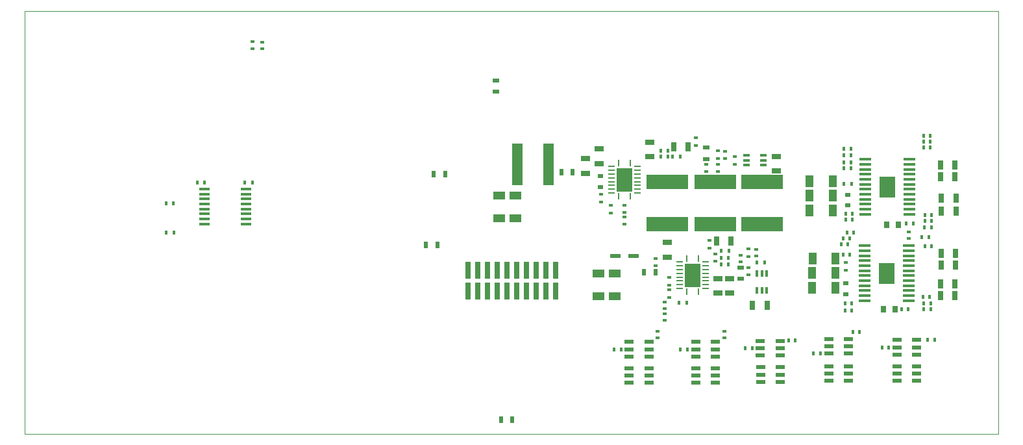
<source format=gtp>
G04*
G04 #@! TF.GenerationSoftware,Altium Limited,Altium Designer,19.1.5 (86)*
G04*
G04 Layer_Color=8421504*
%FSLAX44Y44*%
%MOMM*%
G71*
G01*
G75*
%ADD17C,0.1000*%
%ADD18R,0.6000X0.4000*%
%ADD19R,1.2700X0.5588*%
%ADD20R,0.4000X0.6000*%
%ADD21R,0.9000X0.2600*%
%ADD22R,0.2600X0.9000*%
%ADD23R,2.0700X3.0700*%
%ADD24R,0.4500X0.6000*%
%ADD25R,1.4000X0.3500*%
%ADD26R,0.6000X0.4500*%
%ADD27R,0.8000X0.6000*%
%ADD28R,1.0000X1.6000*%
%ADD29R,0.7000X1.3000*%
%ADD30R,0.7000X0.9000*%
%ADD31R,2.0250X2.6800*%
%ADD32R,1.5700X0.4100*%
%ADD33R,0.5000X0.9000*%
%ADD34R,1.3000X0.7000*%
%ADD35R,1.3000X0.8000*%
%ADD36R,0.9000X0.5000*%
%ADD37R,0.3500X0.8500*%
%ADD38R,5.4100X1.8800*%
%ADD39R,1.3716X0.5080*%
%ADD40R,1.4224X5.4102*%
%ADD41R,1.6000X1.0000*%
%ADD42R,0.8500X0.3500*%
%ADD43R,0.7366X2.2352*%
G36*
X1133027Y323240D02*
X1126210D01*
Y333263D01*
X1133027D01*
Y323240D01*
D02*
G37*
G36*
X1124007D02*
X1117210D01*
Y333275D01*
X1124007D01*
Y323240D01*
D02*
G37*
G36*
X787490Y321497D02*
X775597D01*
Y339140D01*
X787490D01*
Y321497D01*
D02*
G37*
G36*
X1133020Y311040D02*
X1126210D01*
Y321039D01*
X1133020D01*
Y311040D01*
D02*
G37*
G36*
X1124006D02*
X1117210D01*
Y321036D01*
X1124006D01*
Y311040D01*
D02*
G37*
G36*
X1131867Y210650D02*
X1125050D01*
Y220673D01*
X1131867D01*
Y210650D01*
D02*
G37*
G36*
X1122847D02*
X1116050D01*
Y220685D01*
X1122847D01*
Y210650D01*
D02*
G37*
G36*
X1131860Y198450D02*
X1125050D01*
Y208449D01*
X1131860D01*
Y198450D01*
D02*
G37*
G36*
X1122846D02*
X1116050D01*
Y208446D01*
X1122846D01*
Y198450D01*
D02*
G37*
G36*
X876390Y197036D02*
X864497D01*
Y214680D01*
X876390D01*
Y197036D01*
D02*
G37*
D17*
X0Y0D02*
X1270000D01*
Y551180D01*
X0D02*
X1270000D01*
X0Y0D02*
Y551180D01*
D18*
X825500Y125040D02*
D03*
Y134040D02*
D03*
X912320Y125040D02*
D03*
Y134040D02*
D03*
X1153160Y263580D02*
D03*
Y254580D02*
D03*
X834390Y172140D02*
D03*
Y163140D02*
D03*
X782320Y282630D02*
D03*
Y273630D02*
D03*
Y297870D02*
D03*
Y288870D02*
D03*
X900430Y234370D02*
D03*
Y225370D02*
D03*
X933450Y233100D02*
D03*
Y224100D02*
D03*
X943610Y216590D02*
D03*
Y207590D02*
D03*
X953770Y240720D02*
D03*
Y231720D02*
D03*
X834390Y147900D02*
D03*
Y156900D02*
D03*
X904240Y351210D02*
D03*
Y342210D02*
D03*
X913130Y368410D02*
D03*
Y359410D02*
D03*
X889000Y351210D02*
D03*
Y342210D02*
D03*
X822960Y219710D02*
D03*
Y228710D02*
D03*
X309880Y510862D02*
D03*
Y501862D02*
D03*
X297180Y502442D02*
D03*
Y511442D02*
D03*
D19*
X959556Y102362D02*
D03*
Y111760D02*
D03*
Y121158D02*
D03*
X985464D02*
D03*
Y111760D02*
D03*
Y102362D02*
D03*
X788106Y101092D02*
D03*
Y110490D02*
D03*
Y119888D02*
D03*
X814014D02*
D03*
Y110490D02*
D03*
Y101092D02*
D03*
X1137666Y103632D02*
D03*
Y113030D02*
D03*
Y122428D02*
D03*
X1163574D02*
D03*
Y113030D02*
D03*
Y103632D02*
D03*
X874926Y101092D02*
D03*
Y110490D02*
D03*
Y119888D02*
D03*
X900834D02*
D03*
Y110490D02*
D03*
Y101092D02*
D03*
X1048766Y104902D02*
D03*
Y114300D02*
D03*
Y123698D02*
D03*
X1074674D02*
D03*
Y114300D02*
D03*
Y104902D02*
D03*
X959866Y68072D02*
D03*
Y77470D02*
D03*
Y86868D02*
D03*
X985774D02*
D03*
Y77470D02*
D03*
Y68072D02*
D03*
X788106Y66802D02*
D03*
Y76200D02*
D03*
Y85598D02*
D03*
X814014D02*
D03*
Y76200D02*
D03*
Y66802D02*
D03*
X1048766Y69342D02*
D03*
Y78740D02*
D03*
Y88138D02*
D03*
X1074674D02*
D03*
Y78740D02*
D03*
Y69342D02*
D03*
X1137666D02*
D03*
Y78740D02*
D03*
Y88138D02*
D03*
X1163574D02*
D03*
Y78740D02*
D03*
Y69342D02*
D03*
X874926Y66802D02*
D03*
Y76200D02*
D03*
Y85598D02*
D03*
X900834D02*
D03*
Y76200D02*
D03*
Y66802D02*
D03*
D20*
X949070Y111760D02*
D03*
X940070D02*
D03*
X1005260Y121920D02*
D03*
X996260D02*
D03*
X1127180Y113030D02*
D03*
X1118180D02*
D03*
X1177870Y123190D02*
D03*
X1186870D02*
D03*
X777620Y110490D02*
D03*
X768620D02*
D03*
X1080080Y133350D02*
D03*
X1089080D02*
D03*
X225370Y327660D02*
D03*
X234370D02*
D03*
X864440Y110490D02*
D03*
X855440D02*
D03*
X1037590Y105410D02*
D03*
X1028590D02*
D03*
X1181790Y162560D02*
D03*
X1172790D02*
D03*
X1181790Y170180D02*
D03*
X1172790D02*
D03*
X1152580Y162560D02*
D03*
X1143580D02*
D03*
X1179250Y256540D02*
D03*
X1170250D02*
D03*
X1069920Y170180D02*
D03*
X1078920D02*
D03*
Y161290D02*
D03*
X1069920D02*
D03*
X1076289Y234050D02*
D03*
X1067289D02*
D03*
X1073840Y247650D02*
D03*
X1064840D02*
D03*
X1180520Y179070D02*
D03*
X1171520D02*
D03*
X1183060Y245110D02*
D03*
X1174060D02*
D03*
X1067380Y255270D02*
D03*
X1076380D02*
D03*
X1072460Y262890D02*
D03*
X1081460D02*
D03*
X1182480Y269240D02*
D03*
X1173480D02*
D03*
X1181210Y388620D02*
D03*
X1172210D02*
D03*
X1077650Y346710D02*
D03*
X1068650D02*
D03*
Y363220D02*
D03*
X1077650D02*
D03*
X1159080Y274320D02*
D03*
X1150080D02*
D03*
X1181210Y381000D02*
D03*
X1172210D02*
D03*
X1183060Y278130D02*
D03*
X1174060D02*
D03*
X1183060Y285750D02*
D03*
X1174060D02*
D03*
X1070650Y287020D02*
D03*
X1079650D02*
D03*
X1077650Y354330D02*
D03*
X1068650D02*
D03*
Y372110D02*
D03*
X1077650D02*
D03*
X1181210Y373380D02*
D03*
X1172210D02*
D03*
X1079650Y279400D02*
D03*
X1070650D02*
D03*
X917630Y229870D02*
D03*
X908630D02*
D03*
X838890Y361950D02*
D03*
X829890D02*
D03*
X838890Y369570D02*
D03*
X829890D02*
D03*
X908630Y220980D02*
D03*
X917630D02*
D03*
D21*
X765470Y313970D02*
D03*
X799170Y348970D02*
D03*
X765470D02*
D03*
Y343970D02*
D03*
Y338970D02*
D03*
Y333970D02*
D03*
Y328970D02*
D03*
Y323970D02*
D03*
Y318970D02*
D03*
X799170Y313970D02*
D03*
Y318970D02*
D03*
Y323970D02*
D03*
Y328970D02*
D03*
Y333970D02*
D03*
Y338970D02*
D03*
Y343970D02*
D03*
X854370Y189510D02*
D03*
X888070Y224510D02*
D03*
X854370D02*
D03*
Y219510D02*
D03*
Y214510D02*
D03*
Y209510D02*
D03*
Y204510D02*
D03*
Y199510D02*
D03*
Y194510D02*
D03*
X888070Y189510D02*
D03*
Y194510D02*
D03*
Y199510D02*
D03*
Y204510D02*
D03*
Y209510D02*
D03*
Y214510D02*
D03*
Y219510D02*
D03*
D22*
X774820Y309620D02*
D03*
X789820Y353320D02*
D03*
X774820D02*
D03*
X789820Y309620D02*
D03*
X863720Y185160D02*
D03*
X878720Y228860D02*
D03*
X863720D02*
D03*
X878720Y185160D02*
D03*
D23*
X782320Y331470D02*
D03*
X871220Y207010D02*
D03*
D24*
X184230Y262890D02*
D03*
X194230D02*
D03*
X194150Y300990D02*
D03*
X184150D02*
D03*
X287100Y327660D02*
D03*
X297100D02*
D03*
X1078300Y326390D02*
D03*
X1068300D02*
D03*
X863520Y171450D02*
D03*
X853520D02*
D03*
X918130Y238760D02*
D03*
X908130D02*
D03*
X955120Y223520D02*
D03*
X965120D02*
D03*
X844630Y361950D02*
D03*
X854630D02*
D03*
D25*
X288290Y273870D02*
D03*
Y280370D02*
D03*
Y286870D02*
D03*
Y293370D02*
D03*
Y299870D02*
D03*
Y306370D02*
D03*
Y312870D02*
D03*
Y319370D02*
D03*
X234290Y273870D02*
D03*
Y280370D02*
D03*
Y286870D02*
D03*
Y293370D02*
D03*
Y299870D02*
D03*
Y306370D02*
D03*
Y312870D02*
D03*
Y319370D02*
D03*
D26*
X1070610Y213520D02*
D03*
Y223520D02*
D03*
X875030Y376000D02*
D03*
Y386000D02*
D03*
X892810Y252650D02*
D03*
Y242650D02*
D03*
X943610Y231220D02*
D03*
Y241220D02*
D03*
X840740Y177880D02*
D03*
Y187880D02*
D03*
Y194390D02*
D03*
Y204390D02*
D03*
X925830Y361870D02*
D03*
Y351870D02*
D03*
X764540Y288370D02*
D03*
Y298370D02*
D03*
X751840Y312340D02*
D03*
Y302340D02*
D03*
X904240Y358910D02*
D03*
Y368910D02*
D03*
D27*
X1070610Y182230D02*
D03*
Y196230D02*
D03*
X1073300Y297800D02*
D03*
Y311800D02*
D03*
X750570Y321930D02*
D03*
Y335930D02*
D03*
D28*
X1027125Y190910D02*
D03*
X1057125D02*
D03*
X1027125Y209960D02*
D03*
X1057125D02*
D03*
X1027670Y228600D02*
D03*
X1057670D02*
D03*
X1023900Y291660D02*
D03*
X1053900D02*
D03*
X1023900Y310710D02*
D03*
X1053900D02*
D03*
X1023900Y329760D02*
D03*
X1053900D02*
D03*
D29*
X1213460Y180340D02*
D03*
X1194460D02*
D03*
X1213460Y195580D02*
D03*
X1194460D02*
D03*
X1214025Y220080D02*
D03*
X1195025D02*
D03*
X1214025Y235320D02*
D03*
X1195025D02*
D03*
X1214730Y307340D02*
D03*
X1195730D02*
D03*
X1214730Y290830D02*
D03*
X1195730D02*
D03*
X1213460Y350520D02*
D03*
X1194460D02*
D03*
X1213460Y335280D02*
D03*
X1194460D02*
D03*
X949350Y167640D02*
D03*
X968350D02*
D03*
X902360Y251460D02*
D03*
X921360D02*
D03*
X865480Y374650D02*
D03*
X846480D02*
D03*
D30*
X1135140Y162560D02*
D03*
X1120140D02*
D03*
X1139220Y273050D02*
D03*
X1124220D02*
D03*
D31*
X1123950Y209550D02*
D03*
X1125110Y322140D02*
D03*
D32*
X1095250Y173800D02*
D03*
Y180300D02*
D03*
Y186800D02*
D03*
Y193300D02*
D03*
Y199800D02*
D03*
Y206300D02*
D03*
Y212800D02*
D03*
Y219300D02*
D03*
Y225800D02*
D03*
Y232300D02*
D03*
Y238800D02*
D03*
Y245300D02*
D03*
X1152650D02*
D03*
Y238800D02*
D03*
Y232300D02*
D03*
Y225800D02*
D03*
Y219300D02*
D03*
Y212800D02*
D03*
Y206300D02*
D03*
Y199800D02*
D03*
Y193300D02*
D03*
Y186800D02*
D03*
Y180300D02*
D03*
Y173800D02*
D03*
X1096410Y286390D02*
D03*
Y292890D02*
D03*
Y299390D02*
D03*
Y305890D02*
D03*
Y312390D02*
D03*
Y318890D02*
D03*
Y325390D02*
D03*
Y331890D02*
D03*
Y338390D02*
D03*
Y344890D02*
D03*
Y351390D02*
D03*
Y357890D02*
D03*
X1153810D02*
D03*
Y351390D02*
D03*
Y344890D02*
D03*
Y338390D02*
D03*
Y331890D02*
D03*
Y325390D02*
D03*
Y318890D02*
D03*
Y312390D02*
D03*
Y305890D02*
D03*
Y299390D02*
D03*
Y292890D02*
D03*
Y286390D02*
D03*
D33*
X621150Y19050D02*
D03*
X636150D02*
D03*
X533520Y339090D02*
D03*
X548520D02*
D03*
X523360Y246380D02*
D03*
X538360D02*
D03*
X822840Y210820D02*
D03*
X807840D02*
D03*
X699890Y341630D02*
D03*
X714890D02*
D03*
D34*
X980440Y361950D02*
D03*
Y342950D02*
D03*
X815340Y380340D02*
D03*
Y361340D02*
D03*
X731520Y358750D02*
D03*
Y339750D02*
D03*
D35*
X904240Y202540D02*
D03*
Y183540D02*
D03*
X838200Y249530D02*
D03*
Y230530D02*
D03*
X749300Y371450D02*
D03*
Y352450D02*
D03*
X919480Y183540D02*
D03*
Y202540D02*
D03*
D36*
X933450Y217050D02*
D03*
Y202050D02*
D03*
X889000Y373260D02*
D03*
Y358260D02*
D03*
X614680Y445890D02*
D03*
Y460890D02*
D03*
D37*
X967890Y209120D02*
D03*
X961390D02*
D03*
X954890D02*
D03*
Y187120D02*
D03*
X961390D02*
D03*
X967890D02*
D03*
D38*
X961390Y328370D02*
D03*
Y273610D02*
D03*
X900430Y328370D02*
D03*
Y273610D02*
D03*
X838200Y328370D02*
D03*
Y273610D02*
D03*
D39*
X794258Y232410D02*
D03*
X770382D02*
D03*
D40*
X642747Y351790D02*
D03*
X683133D02*
D03*
D41*
X640080Y280910D02*
D03*
Y310910D02*
D03*
X618490Y280910D02*
D03*
Y310910D02*
D03*
X769620Y179310D02*
D03*
Y209310D02*
D03*
X748030Y179310D02*
D03*
Y209310D02*
D03*
D42*
X941070Y363370D02*
D03*
Y356870D02*
D03*
Y350370D02*
D03*
X963070D02*
D03*
Y356870D02*
D03*
Y363370D02*
D03*
D43*
X615950Y186411D02*
D03*
Y213589D02*
D03*
X603250Y186411D02*
D03*
Y213589D02*
D03*
X590550Y186411D02*
D03*
Y213589D02*
D03*
X577850Y186411D02*
D03*
Y213589D02*
D03*
X628650D02*
D03*
Y186411D02*
D03*
X641350Y213589D02*
D03*
Y186411D02*
D03*
X654050Y213589D02*
D03*
Y186411D02*
D03*
X666750Y213589D02*
D03*
Y186411D02*
D03*
X679450Y213589D02*
D03*
Y186411D02*
D03*
X692150Y213589D02*
D03*
Y186411D02*
D03*
M02*

</source>
